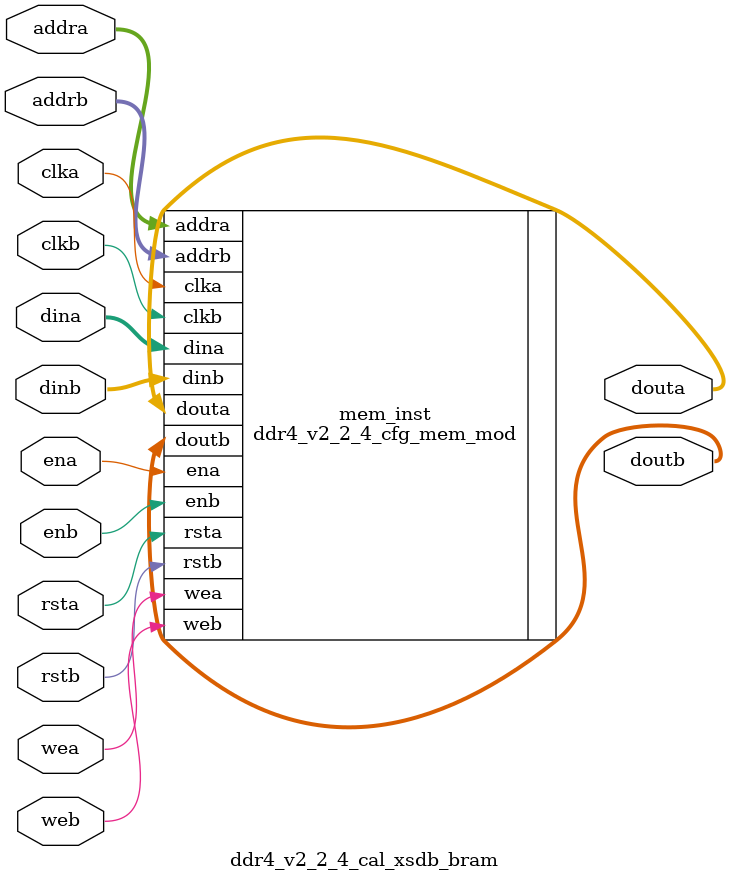
<source format=sv>
/******************************************************************************
// (c) Copyright 2013 - 2014 Xilinx, Inc. All rights reserved.
//
// This file contains confidential and proprietary information
// of Xilinx, Inc. and is protected under U.S. and
// international copyright and other intellectual property
// laws.
//
// DISCLAIMER
// This disclaimer is not a license and does not grant any
// rights to the materials distributed herewith. Except as
// otherwise provided in a valid license issued to you by
// Xilinx, and to the maximum extent permitted by applicable
// law: (1) THESE MATERIALS ARE MADE AVAILABLE "AS IS" AND
// WITH ALL FAULTS, AND XILINX HEREBY DISCLAIMS ALL WARRANTIES
// AND CONDITIONS, EXPRESS, IMPLIED, OR STATUTORY, INCLUDING
// BUT NOT LIMITED TO WARRANTIES OF MERCHANTABILITY, NON-
// INFRINGEMENT, OR FITNESS FOR ANY PARTICULAR PURPOSE; and
// (2) Xilinx shall not be liable (whether in contract or tort,
// including negligence, or under any other theory of
// liability) for any loss or damage of any kind or nature
// related to, arising under or in connection with these
// materials, including for any direct, or any indirect,
// special, incidental, or consequential loss or damage
// (including loss of data, profits, goodwill, or any type of
// loss or damage suffered as a result of any action brought
// by a third party) even if such damage or loss was
// reasonably foreseeable or Xilinx had been advised of the
// possibility of the same.
//
// CRITICAL APPLICATIONS
// Xilinx products are not designed or intended to be fail-
// safe, or for use in any application requiring fail-safe
// performance, such as life-support or safety devices or
// systems, Class III medical devices, nuclear facilities,
// applications related to the deployment of airbags, or any
// other applications that could lead to death, personal
// injury, or severe property or environmental damage
// (individually and collectively, "Critical
// Applications"). Customer assumes the sole risk and
// liability of any use of Xilinx products in Critical
// Applications, subject only to applicable laws and
// regulations governing limitations on product liability.
//
// THIS COPYRIGHT NOTICE AND DISCLAIMER MUST BE RETAINED AS
// PART OF THIS FILE AT ALL TIMES.
******************************************************************************/
//   ____  ____
//  /   /\/   /
// /___/  \  /    Vendor             : Xilinx
// \   \   \/     Version            : 2.0
//  \   \         Application        : MIG
//  /   /         Filename           : ddr4_v2_2_4_cal_xsdb_bram.sv
// /___/   /\     Date Last Modified : $Date: 2015/04/23 $
// \   \  /  \    Date Created       : Tue May 13 2014
//  \___\/\___\
//
// Device           : UltraScale
// Design Name      : DDR4 SDRAM & DDR3 SDRAM
// Purpose          :
//                   ddr4_v2_2_4_cal_xsdb_bram module
// Reference        :
// Revision History :
//*****************************************************************************
`timescale 1ns / 1ps

(* bram_map="yes" *)

module ddr4_v2_2_4_cal_xsdb_bram
    #(	
    
		parameter       	  MEM                        	  =  "DDR4"
		,parameter       	  DBYTES                     	  =  8 //4
		,parameter            START_ADDRESS                   =  18
		,parameter  		  SPREAD_SHEET_VERSION            =  2
		,parameter            RTL_VERSION                     =  0
		,parameter            MEM_CODE                        =  0
		,parameter  		  MEMORY_TYPE                     =  (MEM == "DDR4") ? 2 : 1
		,parameter            MEMORY_CONFIGURATION            =  1
		,parameter            MEMORY_VOLTAGE                  =  1
        ,parameter            CLKFBOUT_MULT_PLL               =  4
        ,parameter            DIVCLK_DIVIDE_PLL               =  1
        ,parameter            CLKOUT0_DIVIDE_PLL              =  1
        ,parameter            CLKFBOUT_MULT_MMCM              =  4
        ,parameter            DIVCLK_DIVIDE_MMCM              =  1
        ,parameter            CLKOUT0_DIVIDE_MMCM             =  4
		,parameter  		  DQBITS	                      =  64
		,parameter			  NIBBLE                          =  DQBITS/4
		,parameter  		  BITS_PER_BYTE                   =  8 //DQBITS/DBYTES
		,parameter  		  SLOTS                   =  1
		,parameter  		  ABITS                           =  10
		,parameter  		  BABITS                          =  2
		,parameter       	  BGBITS              	          =  2
		,parameter       	  CKEBITS                  		  =  4
		,parameter       	  CSBITS             	          =  4
		,parameter       	  ODTBITS                    	  =  4
		,parameter       	  DRAM_WIDTH                 	  =  8      // # of DQ per DQS
		,parameter       	  RANKS                      	  =  4 // 1      //1, 2, 3, or 4
		,parameter            S_HEIGHT                        =  1
		,parameter       	  nCK_PER_CLK                	  =  1      // # of memory CKs per fabric CLK
        ,parameter            tCK                             =  2000		
		,parameter       	  DM_DBI_SETTING             	  =  7     //// 3bits requried all 7
		,parameter            BISC_EN                         =  0
		,parameter       	  USE_CS_PORT             	      =  1     //// 1 bit
		,parameter            EXTRA_CMD_DELAY                 =  0     //// 1 bit
		,parameter            REG_CTRL_ON                     =  0     // RDIMM register control
		,parameter            CA_MIRROR                       =  0     //// 1 bit
		,parameter       	  DQS_GATE                   	  =  7
		,parameter       	  WRLVL                      	  =  7
		,parameter       	  RDLVL                      	  =  7
		,parameter       	  RDLVL_DBI                       =  7
		,parameter       	  WR_DQS_DQ                  	  =  7
		,parameter       	  WR_DQS_DM_DBI                   =  7
		,parameter            WRITE_LAT                       =  7
		,parameter       	  RDLVL_COMPLEX                   =  3     ///2 bits required all 3
		,parameter       	  WR_DQS_COMPLEX                  =  3     ///2 bits required all 3
		,parameter       	  DQS_TRACKING               	  =  3
		,parameter       	  RD_VREF                    	  =  3
		,parameter       	  RD_VREF_PATTERN                 =  3
		,parameter       	  WR_VREF                    	  =  3
		,parameter       	  WR_VREF_PATTERN                 =  3
		,parameter       	  DQS_SAMPLE_CNT             	  =  127
		,parameter       	  WRLVL_SAMPLE_CNT           	  =  255
		,parameter       	  RDLVL_SAMPLE_CNT           	  =  127
		,parameter       	  COMPLEX_LOOP_CNT           	  =  255
		,parameter       	  IODELAY_QTR_CK_TAP_CNT     	  =  255
		,parameter       	  DEBUG_MESSAGES     	          =  0
		,parameter         	  MR0                     		  =  13'b0000000110000
		,parameter         	  MR1                     		  =  13'b0000100000001 //RTT_NOM=RZQ/4 (60 Ohm)
		,parameter         	  MR2                     		  =  13'b0000000011000
		,parameter         	  MR3                     		  =  13'b0000000000000
		,parameter         	  MR4                     		  =  13'b0000000000000
		,parameter         	  MR5                     		  =  13'b0010000000000
		,parameter         	  MR6                     		  =  13'b0100000000000
		,parameter            ODTWR                           = 16'h0000
		,parameter            ODTRD                           = 16'h0000
		,parameter            SLOT0_CONFIG                    = 0     // all 9 bits
		,parameter            SLOT1_CONFIG                    = 0     // all 9 bits
		,parameter            SLOT0_FUNC_CS                   = 0     // all 9 bits
		,parameter            SLOT1_FUNC_CS                   = 0     // all 9 bits
		,parameter            SLOT0_ODD_CS                    = 0     // all 9 bits
		,parameter            SLOT1_ODD_CS                    = 0     // all 9 bits
		,parameter            DDR4_REG_RC03                   = 0     // all 9 bits
		,parameter            DDR4_REG_RC04                   = 0     // all 9 bits
		,parameter            DDR4_REG_RC05                   = 0     // all 9 bits
		,parameter            DDR4_REG_RC3X                   = 0     // all 9 bits
		
		,parameter         	  MR0_0                   		  =  MR0[8:0]
		,parameter         	  MR0_1                   		  =  {5'b0,MR0[12:9]}
		,parameter         	  MR1_0                   		  =  MR1[8:0]
		,parameter         	  MR1_1                   		  =  {5'b0,MR1[12:9]}
		,parameter         	  MR2_0                   	 	  =  MR2[8:0]
		,parameter         	  MR2_1                   		  =  {5'b0,MR2[12:9]}
		,parameter         	  MR3_0                   		  =  MR3[8:0]
		,parameter         	  MR3_1                   		  =  {5'b0,MR3[12:9]}
		,parameter         	  MR4_0                   		  =  MR4[8:0]
		,parameter         	  MR4_1                   		  =  {5'b0,MR4[12:9]}
		,parameter         	  MR5_0                   		  =  MR5[8:0]
		,parameter         	  MR5_1                   		  =  {5'b0,MR5[12:9]}
		,parameter         	  MR6_0                   		  =  MR6[8:0]
		,parameter         	  MR6_1                   		  =  {5'b0,MR6[12:9]}
  
       ,parameter NUM_BRAMS    = 1
	   ,parameter SIZE         = 36 * 1024 * NUM_BRAMS
    // Specify INITs as 9 bit blocks (256 locations per blockRAM)
       ,parameter ADDR_WIDTH   = 16
	   ,parameter DATA_WIDTH   = 9
       ,parameter PIPELINE_REG = 1 
    )
  (
	
		clka,
		clkb,
		ena,
		enb,
		addra,
		addrb,
		dina,
		dinb,
		douta,
		doutb,
		wea,
		web,
		rsta,
		rstb
);
input clka;
input clkb;
input ena;
input enb;
input [ADDR_WIDTH-1:0]addra;
input [ADDR_WIDTH-1:0]addrb;
input [DATA_WIDTH-1:0]dina;
input [DATA_WIDTH-1:0]dinb;
input wea;
input web;
input rsta;
input rstb;
output reg [DATA_WIDTH-1:0]douta;
output reg [DATA_WIDTH-1:0]doutb;


// Initial values to the BlockRam 0
localparam [8:0] mem0_init_0 = {4'b0,START_ADDRESS[4:0]};
localparam [8:0] mem0_init_1 = 9'b0;
localparam [8:0] mem0_init_2 = 9'b0;
localparam [8:0] mem0_init_3 = {5'b0,SPREAD_SHEET_VERSION[3:0]};
localparam [8:0] mem0_init_4 = {6'b0,MEMORY_TYPE[2:0]};
localparam [8:0] mem0_init_5 = {7'b0,RANKS[1:0]};
localparam [8:0] mem0_init_6 = DBYTES[8:0]; // MAN - repeats DBYTES parameter (may hardwire to BYTES for initial SW compatability)
localparam [8:0] mem0_init_7 = NIBBLE[8:0];
localparam [8:0] mem0_init_8 = BITS_PER_BYTE[8:0];
localparam [8:0] mem0_init_9 = 9'b1;
localparam [8:0] mem0_init_10 = 9'b1;
localparam [8:0] mem0_init_11 = 9'b1;
localparam [8:0] mem0_init_12 = SLOTS;
localparam [8:0] mem0_init_13 = 9'b0;
localparam [8:0] mem0_init_14 = 9'b0;
localparam [8:0] mem0_init_15 = 9'b0;
localparam [8:0] mem0_init_16 = 9'b0;
localparam [8:0] mem0_init_17 = 9'b0;
localparam [8:0] mem0_init_18 = RTL_VERSION[8:0];
localparam [8:0] mem0_init_19 = 9'b0;
localparam [8:0] mem0_init_20 = NUM_BRAMS[8:0];
localparam [8:0] mem0_init_21 = {BGBITS[1:0],BABITS[1:0],ABITS[4:0]};
localparam [8:0] mem0_init_22 = {ODTBITS[2:0],CSBITS[2:0],CKEBITS[2:0]};
localparam [8:0] mem0_init_23 = DBYTES[8:0];
localparam [8:0] mem0_init_24 = DRAM_WIDTH[8:0];
localparam [8:0] mem0_init_25 = {CA_MIRROR[0],REG_CTRL_ON[0],EXTRA_CMD_DELAY[0],USE_CS_PORT[0],BISC_EN[0],DM_DBI_SETTING[2:0],nCK_PER_CLK[0]};
localparam [8:0] mem0_init_26 = {RDLVL[2:0],WRLVL[2:0],DQS_GATE[2:0]};
localparam [8:0] mem0_init_27 = {WR_DQS_DM_DBI[2:0],WR_DQS_DQ[2:0],RDLVL_DBI[2:0]};
localparam [8:0] mem0_init_28 = {WR_DQS_COMPLEX[2:0],RDLVL_COMPLEX[2:0],WRITE_LAT[2:0]};
localparam [8:0] mem0_init_29 = {DEBUG_MESSAGES[0],RD_VREF_PATTERN[1:0],WR_VREF_PATTERN[1:0],RD_VREF[1:0],WR_VREF[1:0]};
localparam [8:0] mem0_init_30 = {7'b0,DQS_TRACKING[1:0]};
localparam [8:0] mem0_init_31 = DQS_SAMPLE_CNT[8:0];
localparam [8:0] mem0_init_32 = WRLVL_SAMPLE_CNT[8:0];
localparam [8:0] mem0_init_33 = RDLVL_SAMPLE_CNT[8:0];
localparam [8:0] mem0_init_34 = COMPLEX_LOOP_CNT[8:0];
localparam [8:0] mem0_init_35 = IODELAY_QTR_CK_TAP_CNT[8:0];
localparam [8:0] mem0_init_36 = {5'b0,S_HEIGHT[3:0]};
localparam [8:0] mem0_init_37 = 9'b0;
localparam [8:0] mem0_init_38 = 9'b0;
localparam [8:0] mem0_init_39 = 9'b0;
localparam [8:0] mem0_init_40 = {1'b0, ODTWR[7:0]};
localparam [8:0] mem0_init_41 = {1'b0, ODTWR[15:8]};
localparam [8:0] mem0_init_42 = {1'b0, ODTRD[7:0]};
localparam [8:0] mem0_init_43 = {1'b0, ODTRD[15:8]};
localparam [8:0] mem0_init_44 = SLOT0_CONFIG;
localparam [8:0] mem0_init_45 = SLOT1_CONFIG;
localparam [8:0] mem0_init_46 = SLOT0_FUNC_CS;
localparam [8:0] mem0_init_47 = SLOT1_FUNC_CS;
localparam [8:0] mem0_init_48 = SLOT0_ODD_CS;
localparam [8:0] mem0_init_49 = SLOT1_ODD_CS;
localparam [8:0] mem0_init_50 = DDR4_REG_RC03;
localparam [8:0] mem0_init_51 = DDR4_REG_RC04;
localparam [8:0] mem0_init_52 = DDR4_REG_RC05;
localparam [8:0] mem0_init_53 = DDR4_REG_RC3X;
localparam [8:0] mem0_init_54 = MR0_0[8:0];
localparam [8:0] mem0_init_55 = MR0_1[8:0];
localparam [8:0] mem0_init_56 = MR1_0[8:0];
localparam [8:0] mem0_init_57 = MR1_1[8:0];
localparam [8:0] mem0_init_58 = MR2_0[8:0];
localparam [8:0] mem0_init_59 = MR2_1[8:0];
localparam [8:0] mem0_init_60 = MR3_0[8:0];
localparam [8:0] mem0_init_61 = MR3_1[8:0];
localparam [8:0] mem0_init_62 = MR4_0[8:0];
localparam [8:0] mem0_init_63 = MR4_1[8:0];
localparam [8:0] mem0_init_64 = MR5_0[8:0];
localparam [8:0] mem0_init_65 = MR5_1[8:0];
localparam [8:0] mem0_init_66 = MR6_0[8:0];
localparam [8:0] mem0_init_67 = MR6_1[8:0];
localparam [8:0] mem0_init_68 = 9'b0;
localparam [8:0] mem0_init_69 = tCK[8:0];
localparam [8:0] mem0_init_70 = tCK[16:9];
localparam [8:0] mem0_init_71 = MEMORY_CONFIGURATION[8:0];
localparam [8:0] mem0_init_72 = MEMORY_VOLTAGE[8:0];
localparam [8:0] mem0_init_73 = CLKFBOUT_MULT_PLL[8:0];
localparam [8:0] mem0_init_74 = DIVCLK_DIVIDE_PLL[8:0];
localparam [8:0] mem0_init_75 = CLKFBOUT_MULT_MMCM[8:0];
localparam [8:0] mem0_init_76 = DIVCLK_DIVIDE_MMCM[8:0];
localparam [8:0] mem0_init_77 = 9'b0;
localparam [8:0] mem0_init_78 = 9'b0;
localparam [8:0] mem0_init_79 = 9'b0;
localparam [8:0] mem0_init_80 = 9'b0;
localparam [8:0] mem0_init_81 = 9'b0;
localparam [8:0] mem0_init_82 = 9'b0;
localparam [8:0] mem0_init_83 = 9'b0;
localparam [8:0] mem0_init_84 = 9'b0;
localparam [8:0] mem0_init_85 = 9'b0;
localparam [8:0] mem0_init_86 = 9'b0;
localparam [8:0] mem0_init_87 = 9'b0;
localparam [8:0] mem0_init_88 = 9'b0;
localparam [8:0] mem0_init_89 = 9'b0;
localparam [8:0] mem0_init_90 = 9'b0;
localparam [8:0] mem0_init_91 = 9'b0;
localparam [8:0] mem0_init_92 = 9'b0;
localparam [8:0] mem0_init_93 = 9'b0;
localparam [8:0] mem0_init_94 = 9'b0;
localparam [8:0] mem0_init_95 = 9'b0;
localparam [8:0] mem0_init_96 = 9'b0;
localparam [8:0] mem0_init_97 = 9'b0;
localparam [8:0] mem0_init_98 = 9'b0;
localparam [8:0] mem0_init_99 = 9'b0;
localparam [8:0] mem0_init_100 = 9'b0;
localparam [8:0] mem0_init_101 = 9'b0;
localparam [8:0] mem0_init_102 = 9'b0;
localparam [8:0] mem0_init_103 = 9'b0;
localparam [8:0] mem0_init_104 = 9'b0;
localparam [8:0] mem0_init_105 = 9'b0;
localparam [8:0] mem0_init_106 = 9'b0;
localparam [8:0] mem0_init_107 = 9'b0;
localparam [8:0] mem0_init_108 = 9'b0;
localparam [8:0] mem0_init_109 = 9'b0;
localparam [8:0] mem0_init_110 = 9'b0;
localparam [8:0] mem0_init_111 = 9'b0;
localparam [8:0] mem0_init_112 = 9'b0;
localparam [8:0] mem0_init_113 = 9'b0;
localparam [8:0] mem0_init_114 = 9'b0;
localparam [8:0] mem0_init_115 = 9'b0;
localparam [8:0] mem0_init_116 = 9'b0;
localparam [8:0] mem0_init_117 = 9'b0;
localparam [8:0] mem0_init_118 = 9'b0;
localparam [8:0] mem0_init_119 = 9'b0;
localparam [8:0] mem0_init_120 = 9'b0;
localparam [8:0] mem0_init_121 = 9'b0;
localparam [8:0] mem0_init_122 = 9'b0;
localparam [8:0] mem0_init_123 = 9'b0;
localparam [8:0] mem0_init_124 = 9'b0;
localparam [8:0] mem0_init_125 = 9'b0;
localparam [8:0] mem0_init_126 = 9'b0;
localparam [8:0] mem0_init_127 = 9'b0;
localparam [8:0] mem0_init_128 = 9'b0;
localparam [8:0] mem0_init_129 = 9'b0;
localparam [8:0] mem0_init_130 = 9'b0;
localparam [8:0] mem0_init_131 = 9'b0;
localparam [8:0] mem0_init_132 = 9'b0;
localparam [8:0] mem0_init_133 = 9'b0;
localparam [8:0] mem0_init_134 = 9'b0;
localparam [8:0] mem0_init_135 = 9'b0;
localparam [8:0] mem0_init_136 = 9'b0;
localparam [8:0] mem0_init_137 = 9'b0;
localparam [8:0] mem0_init_138 = 9'b0;
localparam [8:0] mem0_init_139 = 9'b0;
localparam [8:0] mem0_init_140 = 9'b0;
localparam [8:0] mem0_init_141 = 9'b0;
localparam [8:0] mem0_init_142 = 9'b0;
localparam [8:0] mem0_init_143 = 9'b0;
localparam [8:0] mem0_init_144 = 9'b0;
localparam [8:0] mem0_init_145 = 9'b0;
localparam [8:0] mem0_init_146 = 9'b0;
localparam [8:0] mem0_init_147 = 9'b0;
localparam [8:0] mem0_init_148 = 9'b0;
localparam [8:0] mem0_init_149 = 9'b0;
localparam [8:0] mem0_init_150 = 9'b0;
localparam [8:0] mem0_init_151 = 9'b0;
localparam [8:0] mem0_init_152 = 9'b0;
localparam [8:0] mem0_init_153 = 9'b0;
localparam [8:0] mem0_init_154 = 9'b0;
localparam [8:0] mem0_init_155 = 9'b0;
localparam [8:0] mem0_init_156 = 9'b0;
localparam [8:0] mem0_init_157 = 9'b0;
localparam [8:0] mem0_init_158 = 9'b0;
localparam [8:0] mem0_init_159 = 9'b0;
localparam [8:0] mem0_init_160 = 9'b0;
localparam [8:0] mem0_init_161 = 9'b0;
localparam [8:0] mem0_init_162 = 9'b0;
localparam [8:0] mem0_init_163 = 9'b0;
localparam [8:0] mem0_init_164 = 9'b0;
localparam [8:0] mem0_init_165 = 9'b0;
localparam [8:0] mem0_init_166 = 9'b0;
localparam [8:0] mem0_init_167 = 9'b0;
localparam [8:0] mem0_init_168 = 9'b0;
localparam [8:0] mem0_init_169 = 9'b0;
localparam [8:0] mem0_init_170 = 9'b0;
localparam [8:0] mem0_init_171 = 9'b0;
localparam [8:0] mem0_init_172 = 9'b0;
localparam [8:0] mem0_init_173 = 9'b0;
localparam [8:0] mem0_init_174 = 9'b0;
localparam [8:0] mem0_init_175 = 9'b0;
localparam [8:0] mem0_init_176 = 9'b0;
localparam [8:0] mem0_init_177 = 9'b0;
localparam [8:0] mem0_init_178 = 9'b0;
localparam [8:0] mem0_init_179 = 9'b0;
localparam [8:0] mem0_init_180 = 9'b0;
localparam [8:0] mem0_init_181 = 9'b0;
localparam [8:0] mem0_init_182 = 9'b0;
localparam [8:0] mem0_init_183 = 9'b0;
localparam [8:0] mem0_init_184 = 9'b0;
localparam [8:0] mem0_init_185 = 9'b0;
localparam [8:0] mem0_init_186 = 9'b0;
localparam [8:0] mem0_init_187 = 9'b0;
localparam [8:0] mem0_init_188 = 9'b0;
localparam [8:0] mem0_init_189 = 9'b0;
localparam [8:0] mem0_init_190 = 9'b0;
localparam [8:0] mem0_init_191 = 9'b0;
localparam [8:0] mem0_init_192 = 9'b0;
localparam [8:0] mem0_init_193 = 9'b0;
localparam [8:0] mem0_init_194 = 9'b0;
localparam [8:0] mem0_init_195 = 9'b0;
localparam [8:0] mem0_init_196 = 9'b0;
localparam [8:0] mem0_init_197 = 9'b0;
localparam [8:0] mem0_init_198 = 9'b0;
localparam [8:0] mem0_init_199 = 9'b0;
localparam [8:0] mem0_init_200 = 9'b0;
localparam [8:0] mem0_init_201 = 9'b0;
localparam [8:0] mem0_init_202 = 9'b0;
localparam [8:0] mem0_init_203 = 9'b0;
localparam [8:0] mem0_init_204 = 9'b0;
localparam [8:0] mem0_init_205 = 9'b0;
localparam [8:0] mem0_init_206 = 9'b0;
localparam [8:0] mem0_init_207 = 9'b0;
localparam [8:0] mem0_init_208 = 9'b0;
localparam [8:0] mem0_init_209 = 9'b0;
localparam [8:0] mem0_init_210 = 9'b0;
localparam [8:0] mem0_init_211 = 9'b0;
localparam [8:0] mem0_init_212 = 9'b0;
localparam [8:0] mem0_init_213 = 9'b0;
localparam [8:0] mem0_init_214 = 9'b0;
localparam [8:0] mem0_init_215 = 9'b0;
localparam [8:0] mem0_init_216 = 9'b0;
localparam [8:0] mem0_init_217 = 9'b0;
localparam [8:0] mem0_init_218 = 9'b0;
localparam [8:0] mem0_init_219 = 9'b0;
localparam [8:0] mem0_init_220 = 9'b0;
localparam [8:0] mem0_init_221 = 9'b0;
localparam [8:0] mem0_init_222 = 9'b0;
localparam [8:0] mem0_init_223 = 9'b0;
localparam [8:0] mem0_init_224 = 9'b0;
localparam [8:0] mem0_init_225 = 9'b0;
localparam [8:0] mem0_init_226 = 9'b0;
localparam [8:0] mem0_init_227 = 9'b0;
localparam [8:0] mem0_init_228 = 9'b0;
localparam [8:0] mem0_init_229 = 9'b0;
localparam [8:0] mem0_init_230 = 9'b0;
localparam [8:0] mem0_init_231 = 9'b0;
localparam [8:0] mem0_init_232 = 9'b0;
localparam [8:0] mem0_init_233 = 9'b0;
localparam [8:0] mem0_init_234 = 9'b0;
localparam [8:0] mem0_init_235 = 9'b0;
localparam [8:0] mem0_init_236 = 9'b0;
localparam [8:0] mem0_init_237 = 9'b0;
localparam [8:0] mem0_init_238 = 9'b0;
localparam [8:0] mem0_init_239 = 9'b0;
localparam [8:0] mem0_init_240 = 9'b0;
localparam [8:0] mem0_init_241 = 9'b0;
localparam [8:0] mem0_init_242 = 9'b0;
localparam [8:0] mem0_init_243 = 9'b0;
localparam [8:0] mem0_init_244 = 9'b0;
localparam [8:0] mem0_init_245 = 9'b0;
localparam [8:0] mem0_init_246 = 9'b0;
localparam [8:0] mem0_init_247 = 9'b0;
localparam [8:0] mem0_init_248 = 9'b0;
localparam [8:0] mem0_init_249 = 9'b0;
localparam [8:0] mem0_init_250 = 9'b0;
localparam [8:0] mem0_init_251 = 9'b0;
localparam [8:0] mem0_init_252 = 9'b0;
localparam [8:0] mem0_init_253 = 9'b0;
localparam [8:0] mem0_init_254 = 9'b0;
localparam [8:0] mem0_init_255 = 9'b0;

localparam [256*9-1:0] INIT_BRAM0 = {mem0_init_255,mem0_init_254,mem0_init_253,mem0_init_252,mem0_init_251,mem0_init_250,mem0_init_249,mem0_init_248,mem0_init_247,mem0_init_246,mem0_init_245,mem0_init_244,mem0_init_243,mem0_init_242,mem0_init_241,mem0_init_240,mem0_init_239,mem0_init_238,mem0_init_237,mem0_init_236,mem0_init_235,mem0_init_234,mem0_init_233,mem0_init_232,mem0_init_231,mem0_init_230,mem0_init_229,mem0_init_228,mem0_init_227,mem0_init_226,mem0_init_225,mem0_init_224,mem0_init_223,mem0_init_222,mem0_init_221,mem0_init_220,mem0_init_219,mem0_init_218,mem0_init_217,mem0_init_216,mem0_init_215,mem0_init_214,mem0_init_213,mem0_init_212,mem0_init_211,mem0_init_210,mem0_init_209,mem0_init_208,mem0_init_207,mem0_init_206,mem0_init_205,mem0_init_204,mem0_init_203,mem0_init_202,mem0_init_201,mem0_init_200,mem0_init_199,mem0_init_198,mem0_init_197,mem0_init_196,mem0_init_195,mem0_init_194,mem0_init_193,mem0_init_192,mem0_init_191,mem0_init_190,mem0_init_189,mem0_init_188,mem0_init_187,mem0_init_186,mem0_init_185,mem0_init_184,mem0_init_183,mem0_init_182,mem0_init_181,mem0_init_180,mem0_init_179,mem0_init_178,mem0_init_177,mem0_init_176,mem0_init_175,mem0_init_174,mem0_init_173,mem0_init_172,mem0_init_171,mem0_init_170,mem0_init_169,mem0_init_168,mem0_init_167,mem0_init_166,mem0_init_165,mem0_init_164,mem0_init_163,mem0_init_162,mem0_init_161,mem0_init_160,mem0_init_159,mem0_init_158,mem0_init_157,mem0_init_156,mem0_init_155,mem0_init_154,mem0_init_153,mem0_init_152,mem0_init_151,mem0_init_150,mem0_init_149,mem0_init_148,mem0_init_147,mem0_init_146,mem0_init_145,mem0_init_144,mem0_init_143,mem0_init_142,mem0_init_141,mem0_init_140,mem0_init_139,mem0_init_138,mem0_init_137,mem0_init_136,mem0_init_135,mem0_init_134,mem0_init_133,mem0_init_132,mem0_init_131,mem0_init_130,mem0_init_129,mem0_init_128,mem0_init_127,mem0_init_126,mem0_init_125,mem0_init_124,mem0_init_123,mem0_init_122,mem0_init_121,mem0_init_120,mem0_init_119,mem0_init_118,mem0_init_117,mem0_init_116,mem0_init_115,mem0_init_114,mem0_init_113,mem0_init_112,mem0_init_111,mem0_init_110,mem0_init_109,mem0_init_108,mem0_init_107,mem0_init_106,mem0_init_105,mem0_init_104,mem0_init_103,mem0_init_102,mem0_init_101,mem0_init_100,mem0_init_99,mem0_init_98,mem0_init_97,mem0_init_96,mem0_init_95,mem0_init_94,mem0_init_93,mem0_init_92,mem0_init_91,mem0_init_90,mem0_init_89,mem0_init_88,mem0_init_87,mem0_init_86,mem0_init_85,mem0_init_84,mem0_init_83,mem0_init_82,mem0_init_81,mem0_init_80,mem0_init_79,mem0_init_78,mem0_init_77,mem0_init_76,mem0_init_75,mem0_init_74,mem0_init_73,mem0_init_72,mem0_init_71,mem0_init_70,mem0_init_69,mem0_init_68,mem0_init_67,mem0_init_66,mem0_init_65,mem0_init_64,mem0_init_63,mem0_init_62,mem0_init_61,mem0_init_60,mem0_init_59,mem0_init_58,mem0_init_57,mem0_init_56,mem0_init_55,mem0_init_54,mem0_init_53,mem0_init_52,mem0_init_51,mem0_init_50,mem0_init_49,mem0_init_48,mem0_init_47,mem0_init_46,mem0_init_45,mem0_init_44,mem0_init_43,mem0_init_42,mem0_init_41,mem0_init_40,mem0_init_39,mem0_init_38,mem0_init_37,mem0_init_36,mem0_init_35,mem0_init_34,mem0_init_33,mem0_init_32,mem0_init_31,mem0_init_30,mem0_init_29,mem0_init_28,mem0_init_27,mem0_init_26,mem0_init_25,mem0_init_24,mem0_init_23,mem0_init_22,mem0_init_21,mem0_init_20,mem0_init_19,mem0_init_18,mem0_init_17,mem0_init_16,mem0_init_15,mem0_init_14,mem0_init_13,mem0_init_12,mem0_init_11,mem0_init_10,mem0_init_9,mem0_init_8,mem0_init_7,mem0_init_6,mem0_init_5,mem0_init_4,mem0_init_3,mem0_init_2,mem0_init_1,mem0_init_0};

// Populate INIT's for rest of BlockRAMs if required
localparam [256*9*NUM_BRAMS-1:0] INIT = ( NUM_BRAMS == 1 ) ? INIT_BRAM0 : ( NUM_BRAMS == 2 ) ? {2304'b0 ,INIT_BRAM0} : {{2{2304'b0}} ,INIT_BRAM0};

ddr4_v2_2_4_cfg_mem_mod # (
               .SIZE(SIZE),
               .INIT(INIT),
               .ADDR_WIDTH(ADDR_WIDTH),
               .DATA_WIDTH(9),
               .PIPELINE_REG(PIPELINE_REG)
              )
     mem_inst (
                .clka(clka),
                .clkb(clkb),
                .ena(ena),
                .enb(enb),
                .addra(addra),
                .addrb(addrb),
                .dina(dina),
                .dinb(dinb),
                .wea(wea),
                .web(web),
                .rsta(rsta),
                .rstb(rstb),
                .douta(douta),
                .doutb(doutb)
               );

endmodule


</source>
